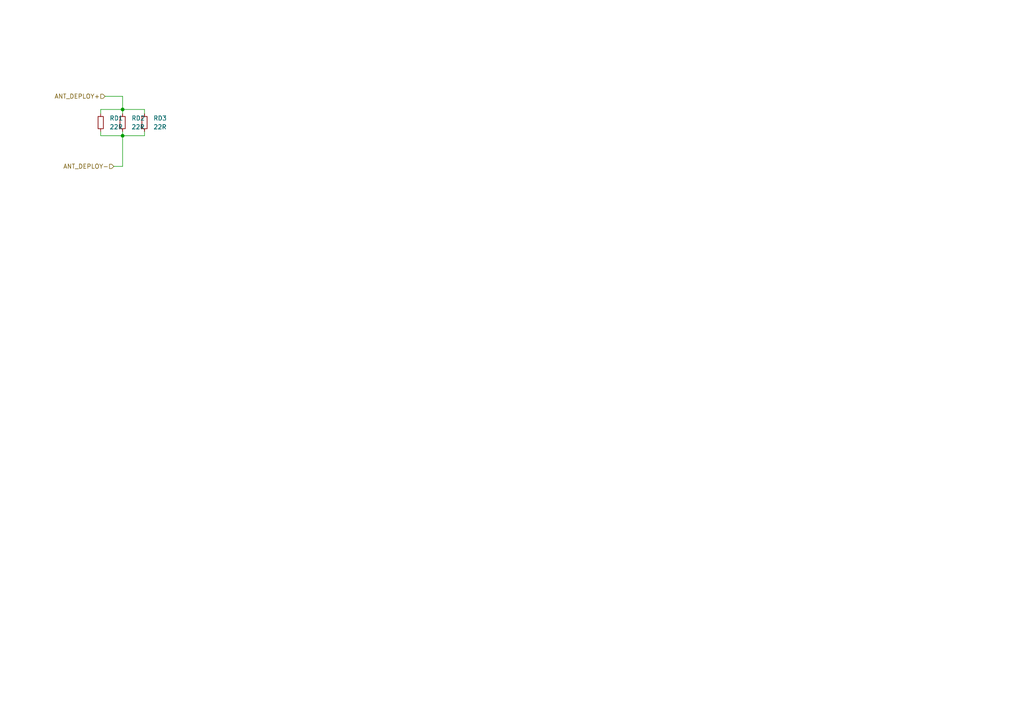
<source format=kicad_sch>
(kicad_sch (version 20230121) (generator eeschema)
  (paper "A4")
  (lib_symbols
    (symbol "Device:R_Small" (pin_numbers hide) (pin_names (offset 0.254) hide)
      (property "Reference" "R" (at 0.762 0.508 0))
      (property "Value" "R_Small" (at 0.762 -1.016 0))
      (symbol "R_Small_0_1"
        (rectangle (start -0.762 1.778) (end 0.762 -1.778) (stroke (width 0.2032)))
      )
      (symbol "R_Small_1_1"
        (pin passive line (at 0 2.54 270) (length 0.762) (name "~") (number "1"))
        (pin passive line (at 0 -2.54 90) (length 0.762) (name "~") (number "2"))
      )
    )
  )
  (junction (at 35.56 39.37))
  (junction (at 35.56 31.75))
  (wire (pts (xy 29.21 33.02) (xy 29.21 31.75)))
  (wire (pts (xy 29.21 39.37) (xy 35.56 39.37)))
  (wire (pts (xy 35.56 39.37) (xy 35.56 48.26)))
  (wire (pts (xy 35.56 31.75) (xy 35.56 33.02)))
  (wire (pts (xy 30.48 27.94) (xy 35.56 27.94)))
  (wire (pts (xy 35.56 39.37) (xy 41.91 39.37)))
  (wire (pts (xy 29.21 38.1) (xy 29.21 39.37)))
  (wire (pts (xy 35.56 38.1) (xy 35.56 39.37)))
  (wire (pts (xy 29.21 31.75) (xy 35.56 31.75)))
  (wire (pts (xy 41.91 31.75) (xy 41.91 33.02)))
  (wire (pts (xy 35.56 48.26) (xy 33.02 48.26)))
  (wire (pts (xy 41.91 39.37) (xy 41.91 38.1)))
  (wire (pts (xy 35.56 27.94) (xy 35.56 31.75)))
  (wire (pts (xy 35.56 31.75) (xy 41.91 31.75)))
  (hierarchical_label "ANT_DEPLOY-" (shape input) (at 33.02 48.26 180))
  (hierarchical_label "ANT_DEPLOY+" (shape input) (at 30.48 27.94 180))
  (symbol (lib_id "Device:R_Small") (at 35.56 35.56 0) (unit 1)
    (property "Reference" "RD2" (at 38.1 34.2899 0) (effects (justify left)))
    (property "Value" "22R" (at 38.1 36.8299 0) (effects (justify left)))
    (property "Footprint" "Resistor_SMD:R_MiniMELF_MMA-0204" (effects hide))
  )
  (symbol (lib_id "Device:R_Small") (at 41.91 35.56 0) (unit 1)
    (property "Reference" "RD3" (at 44.45 34.2899 0) (effects (justify left)))
    (property "Value" "22R" (at 44.45 36.8299 0) (effects (justify left)))
    (property "Footprint" "Resistor_SMD:R_MiniMELF_MMA-0204" (effects hide))
  )
  (symbol (lib_id "Device:R_Small") (at 29.21 35.56 0) (unit 1)
    (property "Reference" "RD1" (at 31.75 34.2899 0) (effects (justify left)))
    (property "Value" "22R" (at 31.75 36.8299 0) (effects (justify left)))
    (property "Footprint" "Resistor_SMD:R_MiniMELF_MMA-0204" (effects hide))
  )
)
</source>
